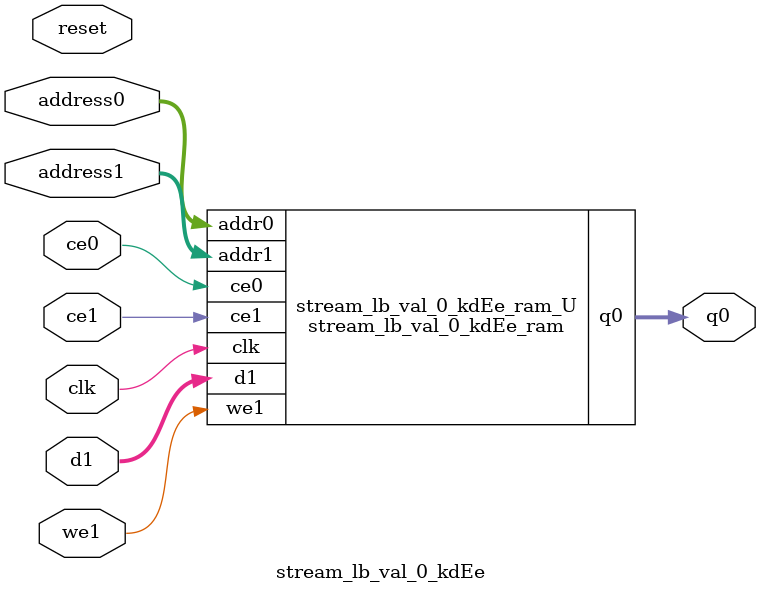
<source format=v>

`timescale 1 ns / 1 ps
module stream_lb_val_0_kdEe_ram (addr0, ce0, q0, addr1, ce1, d1, we1,  clk);

parameter DWIDTH = 4;
parameter AWIDTH = 11;
parameter MEM_SIZE = 1280;

input[AWIDTH-1:0] addr0;
input ce0;
output reg[DWIDTH-1:0] q0;
input[AWIDTH-1:0] addr1;
input ce1;
input[DWIDTH-1:0] d1;
input we1;
input clk;

(* ram_style = "block" *)reg [DWIDTH-1:0] ram[0:MEM_SIZE-1];




always @(posedge clk)  
begin 
    if (ce0) 
    begin
            q0 <= ram[addr0];
    end
end


always @(posedge clk)  
begin 
    if (ce1) 
    begin
        if (we1) 
        begin 
            ram[addr1] <= d1; 
        end 
    end
end


endmodule


`timescale 1 ns / 1 ps
module stream_lb_val_0_kdEe(
    reset,
    clk,
    address0,
    ce0,
    q0,
    address1,
    ce1,
    we1,
    d1);

parameter DataWidth = 32'd4;
parameter AddressRange = 32'd1280;
parameter AddressWidth = 32'd11;
input reset;
input clk;
input[AddressWidth - 1:0] address0;
input ce0;
output[DataWidth - 1:0] q0;
input[AddressWidth - 1:0] address1;
input ce1;
input we1;
input[DataWidth - 1:0] d1;



stream_lb_val_0_kdEe_ram stream_lb_val_0_kdEe_ram_U(
    .clk( clk ),
    .addr0( address0 ),
    .ce0( ce0 ),
    .q0( q0 ),
    .addr1( address1 ),
    .ce1( ce1 ),
    .d1( d1 ),
    .we1( we1 ));

endmodule


</source>
